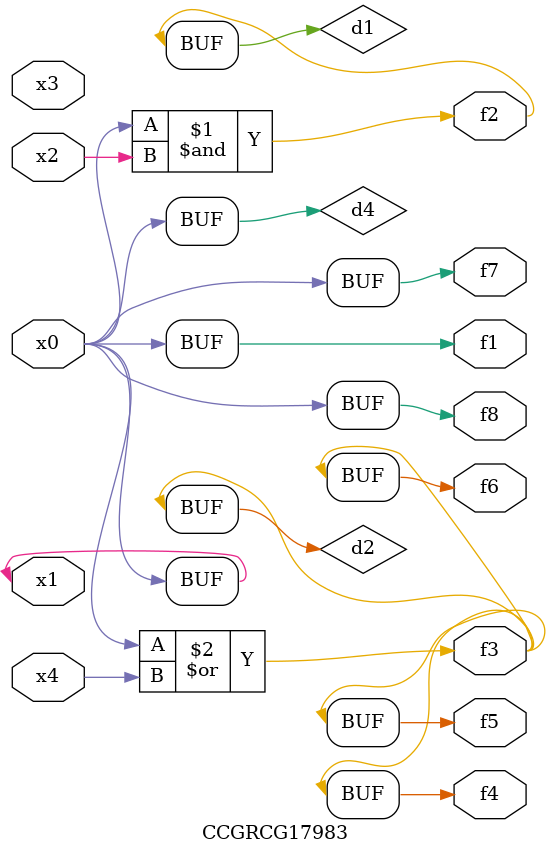
<source format=v>
module CCGRCG17983(
	input x0, x1, x2, x3, x4,
	output f1, f2, f3, f4, f5, f6, f7, f8
);

	wire d1, d2, d3, d4;

	and (d1, x0, x2);
	or (d2, x0, x4);
	nand (d3, x0, x2);
	buf (d4, x0, x1);
	assign f1 = d4;
	assign f2 = d1;
	assign f3 = d2;
	assign f4 = d2;
	assign f5 = d2;
	assign f6 = d2;
	assign f7 = d4;
	assign f8 = d4;
endmodule

</source>
